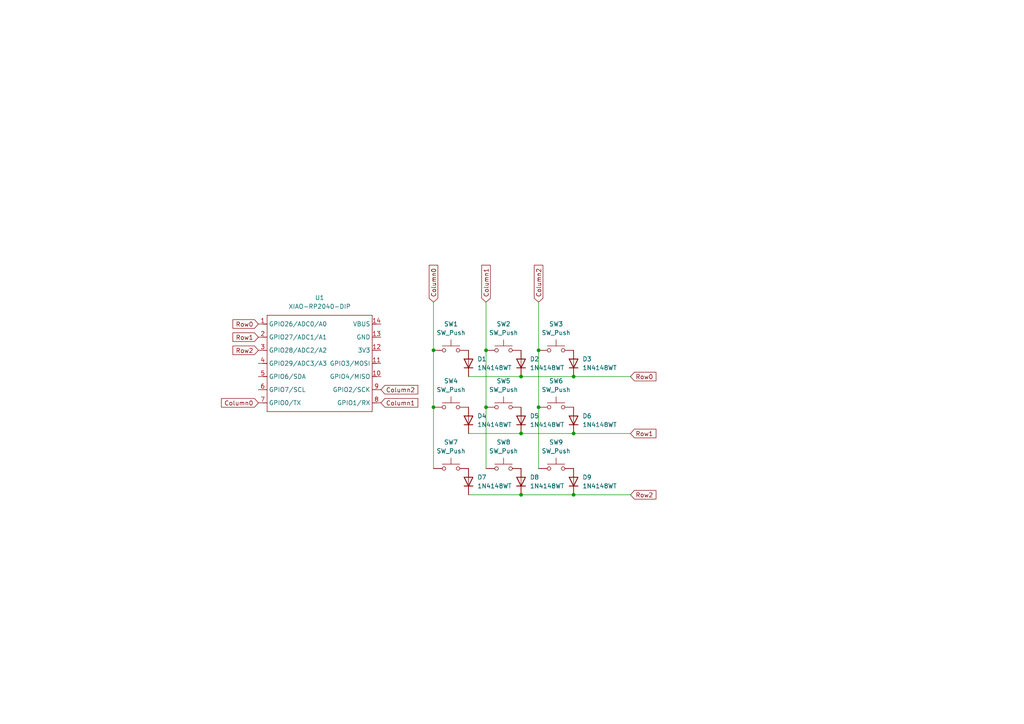
<source format=kicad_sch>
(kicad_sch
	(version 20250114)
	(generator "eeschema")
	(generator_version "9.0")
	(uuid "c183da90-6161-44b2-86b6-11d1e90b2961")
	(paper "A4")
	(lib_symbols
		(symbol "Diode:1N4148WT"
			(pin_numbers
				(hide yes)
			)
			(pin_names
				(hide yes)
			)
			(exclude_from_sim no)
			(in_bom yes)
			(on_board yes)
			(property "Reference" "D"
				(at 0 2.54 0)
				(effects
					(font
						(size 1.27 1.27)
					)
				)
			)
			(property "Value" "1N4148WT"
				(at 0 -2.54 0)
				(effects
					(font
						(size 1.27 1.27)
					)
				)
			)
			(property "Footprint" "Diode_SMD:D_SOD-523"
				(at 0 -4.445 0)
				(effects
					(font
						(size 1.27 1.27)
					)
					(hide yes)
				)
			)
			(property "Datasheet" "https://www.diodes.com/assets/Datasheets/ds30396.pdf"
				(at 0 0 0)
				(effects
					(font
						(size 1.27 1.27)
					)
					(hide yes)
				)
			)
			(property "Description" "75V 0.15A Fast switching Diode, SOD-523"
				(at 0 0 0)
				(effects
					(font
						(size 1.27 1.27)
					)
					(hide yes)
				)
			)
			(property "Sim.Device" "D"
				(at 0 0 0)
				(effects
					(font
						(size 1.27 1.27)
					)
					(hide yes)
				)
			)
			(property "Sim.Pins" "1=K 2=A"
				(at 0 0 0)
				(effects
					(font
						(size 1.27 1.27)
					)
					(hide yes)
				)
			)
			(property "ki_keywords" "diode"
				(at 0 0 0)
				(effects
					(font
						(size 1.27 1.27)
					)
					(hide yes)
				)
			)
			(property "ki_fp_filters" "D*SOD?523*"
				(at 0 0 0)
				(effects
					(font
						(size 1.27 1.27)
					)
					(hide yes)
				)
			)
			(symbol "1N4148WT_0_1"
				(polyline
					(pts
						(xy -1.27 1.27) (xy -1.27 -1.27)
					)
					(stroke
						(width 0.254)
						(type default)
					)
					(fill
						(type none)
					)
				)
				(polyline
					(pts
						(xy 1.27 1.27) (xy 1.27 -1.27) (xy -1.27 0) (xy 1.27 1.27)
					)
					(stroke
						(width 0.254)
						(type default)
					)
					(fill
						(type none)
					)
				)
				(polyline
					(pts
						(xy 1.27 0) (xy -1.27 0)
					)
					(stroke
						(width 0)
						(type default)
					)
					(fill
						(type none)
					)
				)
			)
			(symbol "1N4148WT_1_1"
				(pin passive line
					(at -3.81 0 0)
					(length 2.54)
					(name "K"
						(effects
							(font
								(size 1.27 1.27)
							)
						)
					)
					(number "1"
						(effects
							(font
								(size 1.27 1.27)
							)
						)
					)
				)
				(pin passive line
					(at 3.81 0 180)
					(length 2.54)
					(name "A"
						(effects
							(font
								(size 1.27 1.27)
							)
						)
					)
					(number "2"
						(effects
							(font
								(size 1.27 1.27)
							)
						)
					)
				)
			)
			(embedded_fonts no)
		)
		(symbol "OPL:XIAO-RP2040-DIP"
			(exclude_from_sim no)
			(in_bom yes)
			(on_board yes)
			(property "Reference" "U"
				(at 0 0 0)
				(effects
					(font
						(size 1.27 1.27)
					)
				)
			)
			(property "Value" "XIAO-RP2040-DIP"
				(at 5.334 -1.778 0)
				(effects
					(font
						(size 1.27 1.27)
					)
				)
			)
			(property "Footprint" "Module:MOUDLE14P-XIAO-DIP-SMD"
				(at 14.478 -32.258 0)
				(effects
					(font
						(size 1.27 1.27)
					)
					(hide yes)
				)
			)
			(property "Datasheet" ""
				(at 0 0 0)
				(effects
					(font
						(size 1.27 1.27)
					)
					(hide yes)
				)
			)
			(property "Description" ""
				(at 0 0 0)
				(effects
					(font
						(size 1.27 1.27)
					)
					(hide yes)
				)
			)
			(symbol "XIAO-RP2040-DIP_1_0"
				(polyline
					(pts
						(xy -1.27 -2.54) (xy 29.21 -2.54)
					)
					(stroke
						(width 0.1524)
						(type solid)
					)
					(fill
						(type none)
					)
				)
				(polyline
					(pts
						(xy -1.27 -5.08) (xy -2.54 -5.08)
					)
					(stroke
						(width 0.1524)
						(type solid)
					)
					(fill
						(type none)
					)
				)
				(polyline
					(pts
						(xy -1.27 -5.08) (xy -1.27 -2.54)
					)
					(stroke
						(width 0.1524)
						(type solid)
					)
					(fill
						(type none)
					)
				)
				(polyline
					(pts
						(xy -1.27 -8.89) (xy -2.54 -8.89)
					)
					(stroke
						(width 0.1524)
						(type solid)
					)
					(fill
						(type none)
					)
				)
				(polyline
					(pts
						(xy -1.27 -8.89) (xy -1.27 -5.08)
					)
					(stroke
						(width 0.1524)
						(type solid)
					)
					(fill
						(type none)
					)
				)
				(polyline
					(pts
						(xy -1.27 -12.7) (xy -2.54 -12.7)
					)
					(stroke
						(width 0.1524)
						(type solid)
					)
					(fill
						(type none)
					)
				)
				(polyline
					(pts
						(xy -1.27 -12.7) (xy -1.27 -8.89)
					)
					(stroke
						(width 0.1524)
						(type solid)
					)
					(fill
						(type none)
					)
				)
				(polyline
					(pts
						(xy -1.27 -16.51) (xy -2.54 -16.51)
					)
					(stroke
						(width 0.1524)
						(type solid)
					)
					(fill
						(type none)
					)
				)
				(polyline
					(pts
						(xy -1.27 -16.51) (xy -1.27 -12.7)
					)
					(stroke
						(width 0.1524)
						(type solid)
					)
					(fill
						(type none)
					)
				)
				(polyline
					(pts
						(xy -1.27 -20.32) (xy -2.54 -20.32)
					)
					(stroke
						(width 0.1524)
						(type solid)
					)
					(fill
						(type none)
					)
				)
				(polyline
					(pts
						(xy -1.27 -24.13) (xy -2.54 -24.13)
					)
					(stroke
						(width 0.1524)
						(type solid)
					)
					(fill
						(type none)
					)
				)
				(polyline
					(pts
						(xy -1.27 -27.94) (xy -2.54 -27.94)
					)
					(stroke
						(width 0.1524)
						(type solid)
					)
					(fill
						(type none)
					)
				)
				(polyline
					(pts
						(xy -1.27 -30.48) (xy -1.27 -16.51)
					)
					(stroke
						(width 0.1524)
						(type solid)
					)
					(fill
						(type none)
					)
				)
				(polyline
					(pts
						(xy 29.21 -2.54) (xy 29.21 -5.08)
					)
					(stroke
						(width 0.1524)
						(type solid)
					)
					(fill
						(type none)
					)
				)
				(polyline
					(pts
						(xy 29.21 -5.08) (xy 29.21 -8.89)
					)
					(stroke
						(width 0.1524)
						(type solid)
					)
					(fill
						(type none)
					)
				)
				(polyline
					(pts
						(xy 29.21 -8.89) (xy 29.21 -12.7)
					)
					(stroke
						(width 0.1524)
						(type solid)
					)
					(fill
						(type none)
					)
				)
				(polyline
					(pts
						(xy 29.21 -12.7) (xy 29.21 -30.48)
					)
					(stroke
						(width 0.1524)
						(type solid)
					)
					(fill
						(type none)
					)
				)
				(polyline
					(pts
						(xy 29.21 -30.48) (xy -1.27 -30.48)
					)
					(stroke
						(width 0.1524)
						(type solid)
					)
					(fill
						(type none)
					)
				)
				(polyline
					(pts
						(xy 30.48 -5.08) (xy 29.21 -5.08)
					)
					(stroke
						(width 0.1524)
						(type solid)
					)
					(fill
						(type none)
					)
				)
				(polyline
					(pts
						(xy 30.48 -8.89) (xy 29.21 -8.89)
					)
					(stroke
						(width 0.1524)
						(type solid)
					)
					(fill
						(type none)
					)
				)
				(polyline
					(pts
						(xy 30.48 -12.7) (xy 29.21 -12.7)
					)
					(stroke
						(width 0.1524)
						(type solid)
					)
					(fill
						(type none)
					)
				)
				(polyline
					(pts
						(xy 30.48 -16.51) (xy 29.21 -16.51)
					)
					(stroke
						(width 0.1524)
						(type solid)
					)
					(fill
						(type none)
					)
				)
				(polyline
					(pts
						(xy 30.48 -20.32) (xy 29.21 -20.32)
					)
					(stroke
						(width 0.1524)
						(type solid)
					)
					(fill
						(type none)
					)
				)
				(polyline
					(pts
						(xy 30.48 -24.13) (xy 29.21 -24.13)
					)
					(stroke
						(width 0.1524)
						(type solid)
					)
					(fill
						(type none)
					)
				)
				(polyline
					(pts
						(xy 30.48 -27.94) (xy 29.21 -27.94)
					)
					(stroke
						(width 0.1524)
						(type solid)
					)
					(fill
						(type none)
					)
				)
				(pin passive line
					(at -3.81 -5.08 0)
					(length 2.54)
					(name "GPIO26/ADC0/A0"
						(effects
							(font
								(size 1.27 1.27)
							)
						)
					)
					(number "1"
						(effects
							(font
								(size 1.27 1.27)
							)
						)
					)
				)
				(pin passive line
					(at -3.81 -8.89 0)
					(length 2.54)
					(name "GPIO27/ADC1/A1"
						(effects
							(font
								(size 1.27 1.27)
							)
						)
					)
					(number "2"
						(effects
							(font
								(size 1.27 1.27)
							)
						)
					)
				)
				(pin passive line
					(at -3.81 -12.7 0)
					(length 2.54)
					(name "GPIO28/ADC2/A2"
						(effects
							(font
								(size 1.27 1.27)
							)
						)
					)
					(number "3"
						(effects
							(font
								(size 1.27 1.27)
							)
						)
					)
				)
				(pin passive line
					(at -3.81 -16.51 0)
					(length 2.54)
					(name "GPIO29/ADC3/A3"
						(effects
							(font
								(size 1.27 1.27)
							)
						)
					)
					(number "4"
						(effects
							(font
								(size 1.27 1.27)
							)
						)
					)
				)
				(pin passive line
					(at -3.81 -20.32 0)
					(length 2.54)
					(name "GPIO6/SDA"
						(effects
							(font
								(size 1.27 1.27)
							)
						)
					)
					(number "5"
						(effects
							(font
								(size 1.27 1.27)
							)
						)
					)
				)
				(pin passive line
					(at -3.81 -24.13 0)
					(length 2.54)
					(name "GPIO7/SCL"
						(effects
							(font
								(size 1.27 1.27)
							)
						)
					)
					(number "6"
						(effects
							(font
								(size 1.27 1.27)
							)
						)
					)
				)
				(pin passive line
					(at -3.81 -27.94 0)
					(length 2.54)
					(name "GPIO0/TX"
						(effects
							(font
								(size 1.27 1.27)
							)
						)
					)
					(number "7"
						(effects
							(font
								(size 1.27 1.27)
							)
						)
					)
				)
				(pin passive line
					(at 31.75 -5.08 180)
					(length 2.54)
					(name "VBUS"
						(effects
							(font
								(size 1.27 1.27)
							)
						)
					)
					(number "14"
						(effects
							(font
								(size 1.27 1.27)
							)
						)
					)
				)
				(pin passive line
					(at 31.75 -8.89 180)
					(length 2.54)
					(name "GND"
						(effects
							(font
								(size 1.27 1.27)
							)
						)
					)
					(number "13"
						(effects
							(font
								(size 1.27 1.27)
							)
						)
					)
				)
				(pin passive line
					(at 31.75 -12.7 180)
					(length 2.54)
					(name "3V3"
						(effects
							(font
								(size 1.27 1.27)
							)
						)
					)
					(number "12"
						(effects
							(font
								(size 1.27 1.27)
							)
						)
					)
				)
				(pin passive line
					(at 31.75 -16.51 180)
					(length 2.54)
					(name "GPIO3/MOSI"
						(effects
							(font
								(size 1.27 1.27)
							)
						)
					)
					(number "11"
						(effects
							(font
								(size 1.27 1.27)
							)
						)
					)
				)
				(pin passive line
					(at 31.75 -20.32 180)
					(length 2.54)
					(name "GPIO4/MISO"
						(effects
							(font
								(size 1.27 1.27)
							)
						)
					)
					(number "10"
						(effects
							(font
								(size 1.27 1.27)
							)
						)
					)
				)
				(pin passive line
					(at 31.75 -24.13 180)
					(length 2.54)
					(name "GPIO2/SCK"
						(effects
							(font
								(size 1.27 1.27)
							)
						)
					)
					(number "9"
						(effects
							(font
								(size 1.27 1.27)
							)
						)
					)
				)
				(pin passive line
					(at 31.75 -27.94 180)
					(length 2.54)
					(name "GPIO1/RX"
						(effects
							(font
								(size 1.27 1.27)
							)
						)
					)
					(number "8"
						(effects
							(font
								(size 1.27 1.27)
							)
						)
					)
				)
			)
			(embedded_fonts no)
		)
		(symbol "Switch:SW_Push"
			(pin_numbers
				(hide yes)
			)
			(pin_names
				(offset 1.016)
				(hide yes)
			)
			(exclude_from_sim no)
			(in_bom yes)
			(on_board yes)
			(property "Reference" "SW"
				(at 1.27 2.54 0)
				(effects
					(font
						(size 1.27 1.27)
					)
					(justify left)
				)
			)
			(property "Value" "SW_Push"
				(at 0 -1.524 0)
				(effects
					(font
						(size 1.27 1.27)
					)
				)
			)
			(property "Footprint" ""
				(at 0 5.08 0)
				(effects
					(font
						(size 1.27 1.27)
					)
					(hide yes)
				)
			)
			(property "Datasheet" "~"
				(at 0 5.08 0)
				(effects
					(font
						(size 1.27 1.27)
					)
					(hide yes)
				)
			)
			(property "Description" "Push button switch, generic, two pins"
				(at 0 0 0)
				(effects
					(font
						(size 1.27 1.27)
					)
					(hide yes)
				)
			)
			(property "ki_keywords" "switch normally-open pushbutton push-button"
				(at 0 0 0)
				(effects
					(font
						(size 1.27 1.27)
					)
					(hide yes)
				)
			)
			(symbol "SW_Push_0_1"
				(circle
					(center -2.032 0)
					(radius 0.508)
					(stroke
						(width 0)
						(type default)
					)
					(fill
						(type none)
					)
				)
				(polyline
					(pts
						(xy 0 1.27) (xy 0 3.048)
					)
					(stroke
						(width 0)
						(type default)
					)
					(fill
						(type none)
					)
				)
				(circle
					(center 2.032 0)
					(radius 0.508)
					(stroke
						(width 0)
						(type default)
					)
					(fill
						(type none)
					)
				)
				(polyline
					(pts
						(xy 2.54 1.27) (xy -2.54 1.27)
					)
					(stroke
						(width 0)
						(type default)
					)
					(fill
						(type none)
					)
				)
				(pin passive line
					(at -5.08 0 0)
					(length 2.54)
					(name "1"
						(effects
							(font
								(size 1.27 1.27)
							)
						)
					)
					(number "1"
						(effects
							(font
								(size 1.27 1.27)
							)
						)
					)
				)
				(pin passive line
					(at 5.08 0 180)
					(length 2.54)
					(name "2"
						(effects
							(font
								(size 1.27 1.27)
							)
						)
					)
					(number "2"
						(effects
							(font
								(size 1.27 1.27)
							)
						)
					)
				)
			)
			(embedded_fonts no)
		)
	)
	(junction
		(at 166.37 125.73)
		(diameter 0)
		(color 0 0 0 0)
		(uuid "0005d8b5-016a-492e-b68a-90233d843026")
	)
	(junction
		(at 125.73 118.11)
		(diameter 0)
		(color 0 0 0 0)
		(uuid "20c25757-1ca7-4fce-875d-675583c144bb")
	)
	(junction
		(at 166.37 143.51)
		(diameter 0)
		(color 0 0 0 0)
		(uuid "26f21524-37f1-4c73-819a-466249df6b52")
	)
	(junction
		(at 151.13 109.22)
		(diameter 0)
		(color 0 0 0 0)
		(uuid "451bfd54-2637-459c-a3d1-d5e4e0551478")
	)
	(junction
		(at 151.13 143.51)
		(diameter 0)
		(color 0 0 0 0)
		(uuid "75052bf0-5a20-48aa-8fae-b6509e8a52dd")
	)
	(junction
		(at 151.13 125.73)
		(diameter 0)
		(color 0 0 0 0)
		(uuid "7bb90680-1ec8-49f2-9318-f6cfef7c07ef")
	)
	(junction
		(at 156.21 118.11)
		(diameter 0)
		(color 0 0 0 0)
		(uuid "8c83a08a-2613-4f88-ad05-686bb1f34bcd")
	)
	(junction
		(at 156.21 101.6)
		(diameter 0)
		(color 0 0 0 0)
		(uuid "9eebb351-5fa9-4a0a-8ee1-64018e53d508")
	)
	(junction
		(at 166.37 109.22)
		(diameter 0)
		(color 0 0 0 0)
		(uuid "a6d5e28e-a8e7-484a-b06e-64a30d62839d")
	)
	(junction
		(at 140.97 118.11)
		(diameter 0)
		(color 0 0 0 0)
		(uuid "b4714fde-cad5-4c41-8b44-eae3705035f1")
	)
	(junction
		(at 125.73 101.6)
		(diameter 0)
		(color 0 0 0 0)
		(uuid "b8d85a57-3040-4a64-8bda-16de3a6ee21e")
	)
	(junction
		(at 140.97 101.6)
		(diameter 0)
		(color 0 0 0 0)
		(uuid "dd761eb0-46e0-4957-bd2d-3a7551fc903d")
	)
	(wire
		(pts
			(xy 140.97 101.6) (xy 140.97 118.11)
		)
		(stroke
			(width 0)
			(type default)
		)
		(uuid "01f51d42-3a6e-4620-8dce-66dd67cfb361")
	)
	(wire
		(pts
			(xy 182.88 143.51) (xy 166.37 143.51)
		)
		(stroke
			(width 0)
			(type default)
		)
		(uuid "0988d1c8-d142-46fe-912d-a8e70d9eed83")
	)
	(wire
		(pts
			(xy 125.73 118.11) (xy 125.73 135.89)
		)
		(stroke
			(width 0)
			(type default)
		)
		(uuid "2fd596e7-7e57-4900-af40-297d8a3560d0")
	)
	(wire
		(pts
			(xy 156.21 118.11) (xy 156.21 135.89)
		)
		(stroke
			(width 0)
			(type default)
		)
		(uuid "3a1d1ca8-ac14-414a-b77b-3a3039de7967")
	)
	(wire
		(pts
			(xy 182.88 125.73) (xy 166.37 125.73)
		)
		(stroke
			(width 0)
			(type default)
		)
		(uuid "4d9f092e-acdf-4ca5-8d18-f0773833cf14")
	)
	(wire
		(pts
			(xy 140.97 87.63) (xy 140.97 101.6)
		)
		(stroke
			(width 0)
			(type default)
		)
		(uuid "55f09173-c225-4f0f-8861-69f87254d8bb")
	)
	(wire
		(pts
			(xy 125.73 87.63) (xy 125.73 101.6)
		)
		(stroke
			(width 0)
			(type default)
		)
		(uuid "8c4abce6-8a1a-44c1-9880-378d0f25d6bc")
	)
	(wire
		(pts
			(xy 151.13 143.51) (xy 166.37 143.51)
		)
		(stroke
			(width 0)
			(type default)
		)
		(uuid "9666c7fa-f299-4af2-aacd-1fb9769720eb")
	)
	(wire
		(pts
			(xy 182.88 109.22) (xy 166.37 109.22)
		)
		(stroke
			(width 0)
			(type default)
		)
		(uuid "a11df5f3-c0a1-4bdf-9b3c-3e663d4a1828")
	)
	(wire
		(pts
			(xy 125.73 101.6) (xy 125.73 118.11)
		)
		(stroke
			(width 0)
			(type default)
		)
		(uuid "aca6a5f4-a401-4757-9fd5-341c796d2d8e")
	)
	(wire
		(pts
			(xy 151.13 109.22) (xy 166.37 109.22)
		)
		(stroke
			(width 0)
			(type default)
		)
		(uuid "b08b3caa-6a4b-4ebc-9492-14ff905d57c0")
	)
	(wire
		(pts
			(xy 135.89 125.73) (xy 151.13 125.73)
		)
		(stroke
			(width 0)
			(type default)
		)
		(uuid "b740066d-3fa9-4cd4-bb3d-df36acdda0a2")
	)
	(wire
		(pts
			(xy 135.89 143.51) (xy 151.13 143.51)
		)
		(stroke
			(width 0)
			(type default)
		)
		(uuid "b7706202-dec2-46d4-96d2-66285353c7df")
	)
	(wire
		(pts
			(xy 156.21 101.6) (xy 156.21 118.11)
		)
		(stroke
			(width 0)
			(type default)
		)
		(uuid "bc4c3d0b-aedf-434b-a244-976e761c0a0f")
	)
	(wire
		(pts
			(xy 156.21 87.63) (xy 156.21 101.6)
		)
		(stroke
			(width 0)
			(type default)
		)
		(uuid "d0f1ab7c-2578-4b91-886e-a651bf0b6b2a")
	)
	(wire
		(pts
			(xy 140.97 118.11) (xy 140.97 135.89)
		)
		(stroke
			(width 0)
			(type default)
		)
		(uuid "d938096b-ea3e-4769-bcc6-e939ff1fbc43")
	)
	(wire
		(pts
			(xy 151.13 125.73) (xy 166.37 125.73)
		)
		(stroke
			(width 0)
			(type default)
		)
		(uuid "da9f9dca-3159-4737-afc2-ff1668bfa57b")
	)
	(wire
		(pts
			(xy 135.89 109.22) (xy 151.13 109.22)
		)
		(stroke
			(width 0)
			(type default)
		)
		(uuid "f799c4ff-02ef-4450-a97d-db4cc9817dc3")
	)
	(global_label "Column2"
		(shape input)
		(at 156.21 87.63 90)
		(fields_autoplaced yes)
		(effects
			(font
				(size 1.27 1.27)
			)
			(justify left)
		)
		(uuid "01f18411-1cd3-4996-a5a7-d6f18dc352ac")
		(property "Intersheetrefs" "${INTERSHEET_REFS}"
			(at 156.21 76.3598 90)
			(effects
				(font
					(size 1.27 1.27)
				)
				(justify left)
				(hide yes)
			)
		)
	)
	(global_label "Row2"
		(shape input)
		(at 74.93 101.6 180)
		(fields_autoplaced yes)
		(effects
			(font
				(size 1.27 1.27)
			)
			(justify right)
		)
		(uuid "1bdf0fb6-e9ff-4abe-9d9d-dc258c9061b1")
		(property "Intersheetrefs" "${INTERSHEET_REFS}"
			(at 66.9858 101.6 0)
			(effects
				(font
					(size 1.27 1.27)
				)
				(justify right)
				(hide yes)
			)
		)
	)
	(global_label "Row1"
		(shape input)
		(at 74.93 97.79 180)
		(fields_autoplaced yes)
		(effects
			(font
				(size 1.27 1.27)
			)
			(justify right)
		)
		(uuid "2c0c64a3-1887-4102-b623-49329828d922")
		(property "Intersheetrefs" "${INTERSHEET_REFS}"
			(at 66.9858 97.79 0)
			(effects
				(font
					(size 1.27 1.27)
				)
				(justify right)
				(hide yes)
			)
		)
	)
	(global_label "Row0"
		(shape input)
		(at 182.88 109.22 0)
		(fields_autoplaced yes)
		(effects
			(font
				(size 1.27 1.27)
			)
			(justify left)
		)
		(uuid "4a4b1764-6053-44cd-9056-33f5e1a8d2c0")
		(property "Intersheetrefs" "${INTERSHEET_REFS}"
			(at 190.8242 109.22 0)
			(effects
				(font
					(size 1.27 1.27)
				)
				(justify left)
				(hide yes)
			)
		)
	)
	(global_label "Column1"
		(shape input)
		(at 140.97 87.63 90)
		(fields_autoplaced yes)
		(effects
			(font
				(size 1.27 1.27)
			)
			(justify left)
		)
		(uuid "7ad3b734-9e00-4240-931c-f45561c30b28")
		(property "Intersheetrefs" "${INTERSHEET_REFS}"
			(at 140.97 76.3598 90)
			(effects
				(font
					(size 1.27 1.27)
				)
				(justify left)
				(hide yes)
			)
		)
	)
	(global_label "Column2"
		(shape input)
		(at 110.49 113.03 0)
		(fields_autoplaced yes)
		(effects
			(font
				(size 1.27 1.27)
			)
			(justify left)
		)
		(uuid "99771915-3a2c-4e0b-a750-e860725a874d")
		(property "Intersheetrefs" "${INTERSHEET_REFS}"
			(at 121.7602 113.03 0)
			(effects
				(font
					(size 1.27 1.27)
				)
				(justify left)
				(hide yes)
			)
		)
	)
	(global_label "Column0"
		(shape input)
		(at 125.73 87.63 90)
		(fields_autoplaced yes)
		(effects
			(font
				(size 1.27 1.27)
			)
			(justify left)
		)
		(uuid "b0c16d06-a628-4778-93e1-a3e8dfae6653")
		(property "Intersheetrefs" "${INTERSHEET_REFS}"
			(at 125.73 76.3598 90)
			(effects
				(font
					(size 1.27 1.27)
				)
				(justify left)
				(hide yes)
			)
		)
	)
	(global_label "Column0"
		(shape input)
		(at 74.93 116.84 180)
		(fields_autoplaced yes)
		(effects
			(font
				(size 1.27 1.27)
			)
			(justify right)
		)
		(uuid "b0c7c1b2-f956-4cc5-805a-8ab10e400a5d")
		(property "Intersheetrefs" "${INTERSHEET_REFS}"
			(at 63.6598 116.84 0)
			(effects
				(font
					(size 1.27 1.27)
				)
				(justify right)
				(hide yes)
			)
		)
	)
	(global_label "Row1"
		(shape input)
		(at 182.88 125.73 0)
		(fields_autoplaced yes)
		(effects
			(font
				(size 1.27 1.27)
			)
			(justify left)
		)
		(uuid "b1f0e94a-fb14-41d9-a8b6-a41dc44ee4b5")
		(property "Intersheetrefs" "${INTERSHEET_REFS}"
			(at 190.8242 125.73 0)
			(effects
				(font
					(size 1.27 1.27)
				)
				(justify left)
				(hide yes)
			)
		)
	)
	(global_label "Row0"
		(shape input)
		(at 74.93 93.98 180)
		(fields_autoplaced yes)
		(effects
			(font
				(size 1.27 1.27)
			)
			(justify right)
		)
		(uuid "bcb63145-7a0f-48b3-9ca5-ca9194fddb8c")
		(property "Intersheetrefs" "${INTERSHEET_REFS}"
			(at 66.9858 93.98 0)
			(effects
				(font
					(size 1.27 1.27)
				)
				(justify right)
				(hide yes)
			)
		)
	)
	(global_label "Column1"
		(shape input)
		(at 110.49 116.84 0)
		(fields_autoplaced yes)
		(effects
			(font
				(size 1.27 1.27)
			)
			(justify left)
		)
		(uuid "c978be82-ee0e-4969-a70c-818fb5e25ca4")
		(property "Intersheetrefs" "${INTERSHEET_REFS}"
			(at 121.7602 116.84 0)
			(effects
				(font
					(size 1.27 1.27)
				)
				(justify left)
				(hide yes)
			)
		)
	)
	(global_label "Row2"
		(shape input)
		(at 182.88 143.51 0)
		(fields_autoplaced yes)
		(effects
			(font
				(size 1.27 1.27)
			)
			(justify left)
		)
		(uuid "fc5bb552-5990-4c91-9202-287cd6d3e6ff")
		(property "Intersheetrefs" "${INTERSHEET_REFS}"
			(at 190.8242 143.51 0)
			(effects
				(font
					(size 1.27 1.27)
				)
				(justify left)
				(hide yes)
			)
		)
	)
	(symbol
		(lib_id "Switch:SW_Push")
		(at 146.05 135.89 0)
		(unit 1)
		(exclude_from_sim no)
		(in_bom yes)
		(on_board yes)
		(dnp no)
		(fields_autoplaced yes)
		(uuid "05d4dec1-ecaf-46da-8944-3d3ad8158a09")
		(property "Reference" "SW8"
			(at 146.05 128.27 0)
			(effects
				(font
					(size 1.27 1.27)
				)
			)
		)
		(property "Value" "SW_Push"
			(at 146.05 130.81 0)
			(effects
				(font
					(size 1.27 1.27)
				)
			)
		)
		(property "Footprint" "Button_Switch_Keyboard:SW_Cherry_MX_1.00u_PCB"
			(at 146.05 130.81 0)
			(effects
				(font
					(size 1.27 1.27)
				)
				(hide yes)
			)
		)
		(property "Datasheet" "~"
			(at 146.05 130.81 0)
			(effects
				(font
					(size 1.27 1.27)
				)
				(hide yes)
			)
		)
		(property "Description" "Push button switch, generic, two pins"
			(at 146.05 135.89 0)
			(effects
				(font
					(size 1.27 1.27)
				)
				(hide yes)
			)
		)
		(pin "1"
			(uuid "d1377da7-7aa9-4a39-a474-7d2b6ee17ea8")
		)
		(pin "2"
			(uuid "db64d852-ce1b-415b-8026-041d4a078ee2")
		)
		(instances
			(project "UY"
				(path "/c183da90-6161-44b2-86b6-11d1e90b2961"
					(reference "SW8")
					(unit 1)
				)
			)
		)
	)
	(symbol
		(lib_id "Diode:1N4148WT")
		(at 135.89 121.92 90)
		(unit 1)
		(exclude_from_sim no)
		(in_bom yes)
		(on_board yes)
		(dnp no)
		(fields_autoplaced yes)
		(uuid "11833749-51e5-4a93-afb8-c76c2a27d704")
		(property "Reference" "D4"
			(at 138.43 120.6499 90)
			(effects
				(font
					(size 1.27 1.27)
				)
				(justify right)
			)
		)
		(property "Value" "1N4148WT"
			(at 138.43 123.1899 90)
			(effects
				(font
					(size 1.27 1.27)
				)
				(justify right)
			)
		)
		(property "Footprint" "Diode_SMD:D_SOD-523"
			(at 140.335 121.92 0)
			(effects
				(font
					(size 1.27 1.27)
				)
				(hide yes)
			)
		)
		(property "Datasheet" "https://www.diodes.com/assets/Datasheets/ds30396.pdf"
			(at 135.89 121.92 0)
			(effects
				(font
					(size 1.27 1.27)
				)
				(hide yes)
			)
		)
		(property "Description" "75V 0.15A Fast switching Diode, SOD-523"
			(at 135.89 121.92 0)
			(effects
				(font
					(size 1.27 1.27)
				)
				(hide yes)
			)
		)
		(property "Sim.Device" "D"
			(at 135.89 121.92 0)
			(effects
				(font
					(size 1.27 1.27)
				)
				(hide yes)
			)
		)
		(property "Sim.Pins" "1=K 2=A"
			(at 135.89 121.92 0)
			(effects
				(font
					(size 1.27 1.27)
				)
				(hide yes)
			)
		)
		(pin "1"
			(uuid "d897c5d5-c2e6-4afc-ab24-5aecca1727c3")
		)
		(pin "2"
			(uuid "ab62d3f8-de90-4aba-b83f-b7e0b97b9303")
		)
		(instances
			(project "UY"
				(path "/c183da90-6161-44b2-86b6-11d1e90b2961"
					(reference "D4")
					(unit 1)
				)
			)
		)
	)
	(symbol
		(lib_id "Switch:SW_Push")
		(at 146.05 118.11 0)
		(unit 1)
		(exclude_from_sim no)
		(in_bom yes)
		(on_board yes)
		(dnp no)
		(fields_autoplaced yes)
		(uuid "16aad06e-ce91-4d19-b78b-e2c8316ced20")
		(property "Reference" "SW5"
			(at 146.05 110.49 0)
			(effects
				(font
					(size 1.27 1.27)
				)
			)
		)
		(property "Value" "SW_Push"
			(at 146.05 113.03 0)
			(effects
				(font
					(size 1.27 1.27)
				)
			)
		)
		(property "Footprint" "Button_Switch_Keyboard:SW_Cherry_MX_1.00u_PCB"
			(at 146.05 113.03 0)
			(effects
				(font
					(size 1.27 1.27)
				)
				(hide yes)
			)
		)
		(property "Datasheet" "~"
			(at 146.05 113.03 0)
			(effects
				(font
					(size 1.27 1.27)
				)
				(hide yes)
			)
		)
		(property "Description" "Push button switch, generic, two pins"
			(at 146.05 118.11 0)
			(effects
				(font
					(size 1.27 1.27)
				)
				(hide yes)
			)
		)
		(pin "1"
			(uuid "807d681a-9c94-4c2c-bfeb-369422609276")
		)
		(pin "2"
			(uuid "cd4e5dcc-0955-4643-bbb9-75ddcc9df828")
		)
		(instances
			(project "UY"
				(path "/c183da90-6161-44b2-86b6-11d1e90b2961"
					(reference "SW5")
					(unit 1)
				)
			)
		)
	)
	(symbol
		(lib_id "Diode:1N4148WT")
		(at 135.89 105.41 90)
		(unit 1)
		(exclude_from_sim no)
		(in_bom yes)
		(on_board yes)
		(dnp no)
		(fields_autoplaced yes)
		(uuid "266df8dd-c057-4846-950e-b316ad4fc60f")
		(property "Reference" "D1"
			(at 138.43 104.1399 90)
			(effects
				(font
					(size 1.27 1.27)
				)
				(justify right)
			)
		)
		(property "Value" "1N4148WT"
			(at 138.43 106.6799 90)
			(effects
				(font
					(size 1.27 1.27)
				)
				(justify right)
			)
		)
		(property "Footprint" "Diode_SMD:D_SOD-523"
			(at 140.335 105.41 0)
			(effects
				(font
					(size 1.27 1.27)
				)
				(hide yes)
			)
		)
		(property "Datasheet" "https://www.diodes.com/assets/Datasheets/ds30396.pdf"
			(at 135.89 105.41 0)
			(effects
				(font
					(size 1.27 1.27)
				)
				(hide yes)
			)
		)
		(property "Description" "75V 0.15A Fast switching Diode, SOD-523"
			(at 135.89 105.41 0)
			(effects
				(font
					(size 1.27 1.27)
				)
				(hide yes)
			)
		)
		(property "Sim.Device" "D"
			(at 135.89 105.41 0)
			(effects
				(font
					(size 1.27 1.27)
				)
				(hide yes)
			)
		)
		(property "Sim.Pins" "1=K 2=A"
			(at 135.89 105.41 0)
			(effects
				(font
					(size 1.27 1.27)
				)
				(hide yes)
			)
		)
		(pin "1"
			(uuid "9c0aba8c-99aa-4c16-a253-12ee67d6a72b")
		)
		(pin "2"
			(uuid "f2b66150-0c78-4291-b1de-c8fd199af2c8")
		)
		(instances
			(project ""
				(path "/c183da90-6161-44b2-86b6-11d1e90b2961"
					(reference "D1")
					(unit 1)
				)
			)
		)
	)
	(symbol
		(lib_id "Diode:1N4148WT")
		(at 166.37 121.92 90)
		(unit 1)
		(exclude_from_sim no)
		(in_bom yes)
		(on_board yes)
		(dnp no)
		(fields_autoplaced yes)
		(uuid "3b3b0006-a0a3-4339-bb55-8867ee4b5b80")
		(property "Reference" "D6"
			(at 168.91 120.6499 90)
			(effects
				(font
					(size 1.27 1.27)
				)
				(justify right)
			)
		)
		(property "Value" "1N4148WT"
			(at 168.91 123.1899 90)
			(effects
				(font
					(size 1.27 1.27)
				)
				(justify right)
			)
		)
		(property "Footprint" "Diode_SMD:D_SOD-523"
			(at 170.815 121.92 0)
			(effects
				(font
					(size 1.27 1.27)
				)
				(hide yes)
			)
		)
		(property "Datasheet" "https://www.diodes.com/assets/Datasheets/ds30396.pdf"
			(at 166.37 121.92 0)
			(effects
				(font
					(size 1.27 1.27)
				)
				(hide yes)
			)
		)
		(property "Description" "75V 0.15A Fast switching Diode, SOD-523"
			(at 166.37 121.92 0)
			(effects
				(font
					(size 1.27 1.27)
				)
				(hide yes)
			)
		)
		(property "Sim.Device" "D"
			(at 166.37 121.92 0)
			(effects
				(font
					(size 1.27 1.27)
				)
				(hide yes)
			)
		)
		(property "Sim.Pins" "1=K 2=A"
			(at 166.37 121.92 0)
			(effects
				(font
					(size 1.27 1.27)
				)
				(hide yes)
			)
		)
		(pin "1"
			(uuid "955f2f6c-3886-4a69-af41-2bd77edb2fa7")
		)
		(pin "2"
			(uuid "30548666-88ab-49bf-8eef-4f8c83e42266")
		)
		(instances
			(project "UY"
				(path "/c183da90-6161-44b2-86b6-11d1e90b2961"
					(reference "D6")
					(unit 1)
				)
			)
		)
	)
	(symbol
		(lib_id "Switch:SW_Push")
		(at 161.29 101.6 0)
		(unit 1)
		(exclude_from_sim no)
		(in_bom yes)
		(on_board yes)
		(dnp no)
		(fields_autoplaced yes)
		(uuid "41979e63-67a5-4e13-a601-8faa34b6365b")
		(property "Reference" "SW3"
			(at 161.29 93.98 0)
			(effects
				(font
					(size 1.27 1.27)
				)
			)
		)
		(property "Value" "SW_Push"
			(at 161.29 96.52 0)
			(effects
				(font
					(size 1.27 1.27)
				)
			)
		)
		(property "Footprint" "Button_Switch_Keyboard:SW_Cherry_MX_1.00u_PCB"
			(at 161.29 96.52 0)
			(effects
				(font
					(size 1.27 1.27)
				)
				(hide yes)
			)
		)
		(property "Datasheet" "~"
			(at 161.29 96.52 0)
			(effects
				(font
					(size 1.27 1.27)
				)
				(hide yes)
			)
		)
		(property "Description" "Push button switch, generic, two pins"
			(at 161.29 101.6 0)
			(effects
				(font
					(size 1.27 1.27)
				)
				(hide yes)
			)
		)
		(pin "1"
			(uuid "258e86a1-184b-4ba8-959a-49f03cacb9c7")
		)
		(pin "2"
			(uuid "e72f83c7-4c8c-4551-82c4-0397b5b6bf95")
		)
		(instances
			(project "UY"
				(path "/c183da90-6161-44b2-86b6-11d1e90b2961"
					(reference "SW3")
					(unit 1)
				)
			)
		)
	)
	(symbol
		(lib_id "Switch:SW_Push")
		(at 130.81 135.89 0)
		(unit 1)
		(exclude_from_sim no)
		(in_bom yes)
		(on_board yes)
		(dnp no)
		(fields_autoplaced yes)
		(uuid "43a5aca6-b502-4538-9996-6e67a176fb8d")
		(property "Reference" "SW7"
			(at 130.81 128.27 0)
			(effects
				(font
					(size 1.27 1.27)
				)
			)
		)
		(property "Value" "SW_Push"
			(at 130.81 130.81 0)
			(effects
				(font
					(size 1.27 1.27)
				)
			)
		)
		(property "Footprint" "Button_Switch_Keyboard:SW_Cherry_MX_1.00u_PCB"
			(at 130.81 130.81 0)
			(effects
				(font
					(size 1.27 1.27)
				)
				(hide yes)
			)
		)
		(property "Datasheet" "~"
			(at 130.81 130.81 0)
			(effects
				(font
					(size 1.27 1.27)
				)
				(hide yes)
			)
		)
		(property "Description" "Push button switch, generic, two pins"
			(at 130.81 135.89 0)
			(effects
				(font
					(size 1.27 1.27)
				)
				(hide yes)
			)
		)
		(pin "1"
			(uuid "09265682-2635-4e2a-ad79-540cb90afabc")
		)
		(pin "2"
			(uuid "7b41139e-b8f0-4f9c-8b94-5c23bd7a2a6e")
		)
		(instances
			(project "UY"
				(path "/c183da90-6161-44b2-86b6-11d1e90b2961"
					(reference "SW7")
					(unit 1)
				)
			)
		)
	)
	(symbol
		(lib_id "Diode:1N4148WT")
		(at 135.89 139.7 90)
		(unit 1)
		(exclude_from_sim no)
		(in_bom yes)
		(on_board yes)
		(dnp no)
		(fields_autoplaced yes)
		(uuid "4b74b503-93c0-4748-90ce-6a72e0ab5b81")
		(property "Reference" "D7"
			(at 138.43 138.4299 90)
			(effects
				(font
					(size 1.27 1.27)
				)
				(justify right)
			)
		)
		(property "Value" "1N4148WT"
			(at 138.43 140.9699 90)
			(effects
				(font
					(size 1.27 1.27)
				)
				(justify right)
			)
		)
		(property "Footprint" "Diode_SMD:D_SOD-523"
			(at 140.335 139.7 0)
			(effects
				(font
					(size 1.27 1.27)
				)
				(hide yes)
			)
		)
		(property "Datasheet" "https://www.diodes.com/assets/Datasheets/ds30396.pdf"
			(at 135.89 139.7 0)
			(effects
				(font
					(size 1.27 1.27)
				)
				(hide yes)
			)
		)
		(property "Description" "75V 0.15A Fast switching Diode, SOD-523"
			(at 135.89 139.7 0)
			(effects
				(font
					(size 1.27 1.27)
				)
				(hide yes)
			)
		)
		(property "Sim.Device" "D"
			(at 135.89 139.7 0)
			(effects
				(font
					(size 1.27 1.27)
				)
				(hide yes)
			)
		)
		(property "Sim.Pins" "1=K 2=A"
			(at 135.89 139.7 0)
			(effects
				(font
					(size 1.27 1.27)
				)
				(hide yes)
			)
		)
		(pin "1"
			(uuid "1452a1be-e801-4971-830d-40f2ce3ecc85")
		)
		(pin "2"
			(uuid "f496f166-ff95-490b-a355-418791c1f49f")
		)
		(instances
			(project "UY"
				(path "/c183da90-6161-44b2-86b6-11d1e90b2961"
					(reference "D7")
					(unit 1)
				)
			)
		)
	)
	(symbol
		(lib_id "Diode:1N4148WT")
		(at 166.37 105.41 90)
		(unit 1)
		(exclude_from_sim no)
		(in_bom yes)
		(on_board yes)
		(dnp no)
		(fields_autoplaced yes)
		(uuid "6316220d-eae5-437e-92f9-38afdd326aa7")
		(property "Reference" "D3"
			(at 168.91 104.1399 90)
			(effects
				(font
					(size 1.27 1.27)
				)
				(justify right)
			)
		)
		(property "Value" "1N4148WT"
			(at 168.91 106.6799 90)
			(effects
				(font
					(size 1.27 1.27)
				)
				(justify right)
			)
		)
		(property "Footprint" "Diode_SMD:D_SOD-523"
			(at 170.815 105.41 0)
			(effects
				(font
					(size 1.27 1.27)
				)
				(hide yes)
			)
		)
		(property "Datasheet" "https://www.diodes.com/assets/Datasheets/ds30396.pdf"
			(at 166.37 105.41 0)
			(effects
				(font
					(size 1.27 1.27)
				)
				(hide yes)
			)
		)
		(property "Description" "75V 0.15A Fast switching Diode, SOD-523"
			(at 166.37 105.41 0)
			(effects
				(font
					(size 1.27 1.27)
				)
				(hide yes)
			)
		)
		(property "Sim.Device" "D"
			(at 166.37 105.41 0)
			(effects
				(font
					(size 1.27 1.27)
				)
				(hide yes)
			)
		)
		(property "Sim.Pins" "1=K 2=A"
			(at 166.37 105.41 0)
			(effects
				(font
					(size 1.27 1.27)
				)
				(hide yes)
			)
		)
		(pin "1"
			(uuid "398262e1-fe84-467f-9f52-e8891b320cd3")
		)
		(pin "2"
			(uuid "4e897c77-7e27-4381-8c35-b768e60d123e")
		)
		(instances
			(project "UY"
				(path "/c183da90-6161-44b2-86b6-11d1e90b2961"
					(reference "D3")
					(unit 1)
				)
			)
		)
	)
	(symbol
		(lib_id "Switch:SW_Push")
		(at 146.05 101.6 0)
		(unit 1)
		(exclude_from_sim no)
		(in_bom yes)
		(on_board yes)
		(dnp no)
		(fields_autoplaced yes)
		(uuid "71be18a7-fd5c-48d1-8524-ed00169a6371")
		(property "Reference" "SW2"
			(at 146.05 93.98 0)
			(effects
				(font
					(size 1.27 1.27)
				)
			)
		)
		(property "Value" "SW_Push"
			(at 146.05 96.52 0)
			(effects
				(font
					(size 1.27 1.27)
				)
			)
		)
		(property "Footprint" "Button_Switch_Keyboard:SW_Cherry_MX_1.00u_PCB"
			(at 146.05 96.52 0)
			(effects
				(font
					(size 1.27 1.27)
				)
				(hide yes)
			)
		)
		(property "Datasheet" "~"
			(at 146.05 96.52 0)
			(effects
				(font
					(size 1.27 1.27)
				)
				(hide yes)
			)
		)
		(property "Description" "Push button switch, generic, two pins"
			(at 146.05 101.6 0)
			(effects
				(font
					(size 1.27 1.27)
				)
				(hide yes)
			)
		)
		(pin "1"
			(uuid "924ac3b6-4e3c-4546-8558-cf1685090555")
		)
		(pin "2"
			(uuid "cd599b97-b7e7-49d9-a4ef-4a3c40b9c514")
		)
		(instances
			(project "UY"
				(path "/c183da90-6161-44b2-86b6-11d1e90b2961"
					(reference "SW2")
					(unit 1)
				)
			)
		)
	)
	(symbol
		(lib_id "Switch:SW_Push")
		(at 130.81 101.6 0)
		(unit 1)
		(exclude_from_sim no)
		(in_bom yes)
		(on_board yes)
		(dnp no)
		(fields_autoplaced yes)
		(uuid "78c47556-9b51-4113-b3c2-dab11c311037")
		(property "Reference" "SW1"
			(at 130.81 93.98 0)
			(effects
				(font
					(size 1.27 1.27)
				)
			)
		)
		(property "Value" "SW_Push"
			(at 130.81 96.52 0)
			(effects
				(font
					(size 1.27 1.27)
				)
			)
		)
		(property "Footprint" "Button_Switch_Keyboard:SW_Cherry_MX_1.00u_PCB"
			(at 130.81 96.52 0)
			(effects
				(font
					(size 1.27 1.27)
				)
				(hide yes)
			)
		)
		(property "Datasheet" "~"
			(at 130.81 96.52 0)
			(effects
				(font
					(size 1.27 1.27)
				)
				(hide yes)
			)
		)
		(property "Description" "Push button switch, generic, two pins"
			(at 130.81 101.6 0)
			(effects
				(font
					(size 1.27 1.27)
				)
				(hide yes)
			)
		)
		(pin "1"
			(uuid "34fb9013-968c-4076-beb0-a573c53e13f0")
		)
		(pin "2"
			(uuid "63b5eb22-cb0a-441e-abdc-afca61336f6b")
		)
		(instances
			(project ""
				(path "/c183da90-6161-44b2-86b6-11d1e90b2961"
					(reference "SW1")
					(unit 1)
				)
			)
		)
	)
	(symbol
		(lib_id "Switch:SW_Push")
		(at 161.29 135.89 0)
		(unit 1)
		(exclude_from_sim no)
		(in_bom yes)
		(on_board yes)
		(dnp no)
		(fields_autoplaced yes)
		(uuid "7c4c4f5f-08cb-4894-acec-293977cdbd27")
		(property "Reference" "SW9"
			(at 161.29 128.27 0)
			(effects
				(font
					(size 1.27 1.27)
				)
			)
		)
		(property "Value" "SW_Push"
			(at 161.29 130.81 0)
			(effects
				(font
					(size 1.27 1.27)
				)
			)
		)
		(property "Footprint" "Button_Switch_Keyboard:SW_Cherry_MX_1.00u_PCB"
			(at 161.29 130.81 0)
			(effects
				(font
					(size 1.27 1.27)
				)
				(hide yes)
			)
		)
		(property "Datasheet" "~"
			(at 161.29 130.81 0)
			(effects
				(font
					(size 1.27 1.27)
				)
				(hide yes)
			)
		)
		(property "Description" "Push button switch, generic, two pins"
			(at 161.29 135.89 0)
			(effects
				(font
					(size 1.27 1.27)
				)
				(hide yes)
			)
		)
		(pin "1"
			(uuid "d19863ea-0912-4434-b083-ac2b516260f1")
		)
		(pin "2"
			(uuid "0f70d128-5c32-44b4-88f5-923cf3abdd19")
		)
		(instances
			(project "UY"
				(path "/c183da90-6161-44b2-86b6-11d1e90b2961"
					(reference "SW9")
					(unit 1)
				)
			)
		)
	)
	(symbol
		(lib_id "Diode:1N4148WT")
		(at 166.37 139.7 90)
		(unit 1)
		(exclude_from_sim no)
		(in_bom yes)
		(on_board yes)
		(dnp no)
		(fields_autoplaced yes)
		(uuid "8b412bdf-0130-4e02-856e-15e328fe1198")
		(property "Reference" "D9"
			(at 168.91 138.4299 90)
			(effects
				(font
					(size 1.27 1.27)
				)
				(justify right)
			)
		)
		(property "Value" "1N4148WT"
			(at 168.91 140.9699 90)
			(effects
				(font
					(size 1.27 1.27)
				)
				(justify right)
			)
		)
		(property "Footprint" "Diode_SMD:D_SOD-523"
			(at 170.815 139.7 0)
			(effects
				(font
					(size 1.27 1.27)
				)
				(hide yes)
			)
		)
		(property "Datasheet" "https://www.diodes.com/assets/Datasheets/ds30396.pdf"
			(at 166.37 139.7 0)
			(effects
				(font
					(size 1.27 1.27)
				)
				(hide yes)
			)
		)
		(property "Description" "75V 0.15A Fast switching Diode, SOD-523"
			(at 166.37 139.7 0)
			(effects
				(font
					(size 1.27 1.27)
				)
				(hide yes)
			)
		)
		(property "Sim.Device" "D"
			(at 166.37 139.7 0)
			(effects
				(font
					(size 1.27 1.27)
				)
				(hide yes)
			)
		)
		(property "Sim.Pins" "1=K 2=A"
			(at 166.37 139.7 0)
			(effects
				(font
					(size 1.27 1.27)
				)
				(hide yes)
			)
		)
		(pin "1"
			(uuid "6e64a8b1-42c5-4357-8141-754ab131a3ea")
		)
		(pin "2"
			(uuid "83d5e668-bc44-4810-bb08-121a7bb77e98")
		)
		(instances
			(project "UY"
				(path "/c183da90-6161-44b2-86b6-11d1e90b2961"
					(reference "D9")
					(unit 1)
				)
			)
		)
	)
	(symbol
		(lib_id "Diode:1N4148WT")
		(at 151.13 121.92 90)
		(unit 1)
		(exclude_from_sim no)
		(in_bom yes)
		(on_board yes)
		(dnp no)
		(fields_autoplaced yes)
		(uuid "99d9be08-18d6-4303-9844-bbb0f48bce13")
		(property "Reference" "D5"
			(at 153.67 120.6499 90)
			(effects
				(font
					(size 1.27 1.27)
				)
				(justify right)
			)
		)
		(property "Value" "1N4148WT"
			(at 153.67 123.1899 90)
			(effects
				(font
					(size 1.27 1.27)
				)
				(justify right)
			)
		)
		(property "Footprint" "Diode_SMD:D_SOD-523"
			(at 155.575 121.92 0)
			(effects
				(font
					(size 1.27 1.27)
				)
				(hide yes)
			)
		)
		(property "Datasheet" "https://www.diodes.com/assets/Datasheets/ds30396.pdf"
			(at 151.13 121.92 0)
			(effects
				(font
					(size 1.27 1.27)
				)
				(hide yes)
			)
		)
		(property "Description" "75V 0.15A Fast switching Diode, SOD-523"
			(at 151.13 121.92 0)
			(effects
				(font
					(size 1.27 1.27)
				)
				(hide yes)
			)
		)
		(property "Sim.Device" "D"
			(at 151.13 121.92 0)
			(effects
				(font
					(size 1.27 1.27)
				)
				(hide yes)
			)
		)
		(property "Sim.Pins" "1=K 2=A"
			(at 151.13 121.92 0)
			(effects
				(font
					(size 1.27 1.27)
				)
				(hide yes)
			)
		)
		(pin "1"
			(uuid "471d1d4a-bed2-4c68-8a83-95e34e0c90c4")
		)
		(pin "2"
			(uuid "ee6994c9-cf1c-4cc9-93c8-f898c14cfbeb")
		)
		(instances
			(project "UY"
				(path "/c183da90-6161-44b2-86b6-11d1e90b2961"
					(reference "D5")
					(unit 1)
				)
			)
		)
	)
	(symbol
		(lib_id "Switch:SW_Push")
		(at 130.81 118.11 0)
		(unit 1)
		(exclude_from_sim no)
		(in_bom yes)
		(on_board yes)
		(dnp no)
		(fields_autoplaced yes)
		(uuid "9d2b7902-12f4-4eb0-b870-fa01a1a0fdc9")
		(property "Reference" "SW4"
			(at 130.81 110.49 0)
			(effects
				(font
					(size 1.27 1.27)
				)
			)
		)
		(property "Value" "SW_Push"
			(at 130.81 113.03 0)
			(effects
				(font
					(size 1.27 1.27)
				)
			)
		)
		(property "Footprint" "Button_Switch_Keyboard:SW_Cherry_MX_1.00u_PCB"
			(at 130.81 113.03 0)
			(effects
				(font
					(size 1.27 1.27)
				)
				(hide yes)
			)
		)
		(property "Datasheet" "~"
			(at 130.81 113.03 0)
			(effects
				(font
					(size 1.27 1.27)
				)
				(hide yes)
			)
		)
		(property "Description" "Push button switch, generic, two pins"
			(at 130.81 118.11 0)
			(effects
				(font
					(size 1.27 1.27)
				)
				(hide yes)
			)
		)
		(pin "1"
			(uuid "87ea18fd-27e6-42b4-80d2-b80a97c4f0a8")
		)
		(pin "2"
			(uuid "3b23f87b-c805-4c80-8059-22f07f30644a")
		)
		(instances
			(project "UY"
				(path "/c183da90-6161-44b2-86b6-11d1e90b2961"
					(reference "SW4")
					(unit 1)
				)
			)
		)
	)
	(symbol
		(lib_id "Diode:1N4148WT")
		(at 151.13 139.7 90)
		(unit 1)
		(exclude_from_sim no)
		(in_bom yes)
		(on_board yes)
		(dnp no)
		(fields_autoplaced yes)
		(uuid "b452aa81-9b77-4fce-ba87-26f851817150")
		(property "Reference" "D8"
			(at 153.67 138.4299 90)
			(effects
				(font
					(size 1.27 1.27)
				)
				(justify right)
			)
		)
		(property "Value" "1N4148WT"
			(at 153.67 140.9699 90)
			(effects
				(font
					(size 1.27 1.27)
				)
				(justify right)
			)
		)
		(property "Footprint" "Diode_SMD:D_SOD-523"
			(at 155.575 139.7 0)
			(effects
				(font
					(size 1.27 1.27)
				)
				(hide yes)
			)
		)
		(property "Datasheet" "https://www.diodes.com/assets/Datasheets/ds30396.pdf"
			(at 151.13 139.7 0)
			(effects
				(font
					(size 1.27 1.27)
				)
				(hide yes)
			)
		)
		(property "Description" "75V 0.15A Fast switching Diode, SOD-523"
			(at 151.13 139.7 0)
			(effects
				(font
					(size 1.27 1.27)
				)
				(hide yes)
			)
		)
		(property "Sim.Device" "D"
			(at 151.13 139.7 0)
			(effects
				(font
					(size 1.27 1.27)
				)
				(hide yes)
			)
		)
		(property "Sim.Pins" "1=K 2=A"
			(at 151.13 139.7 0)
			(effects
				(font
					(size 1.27 1.27)
				)
				(hide yes)
			)
		)
		(pin "1"
			(uuid "c9c4e91d-e180-4894-a6a4-b95a879a6e53")
		)
		(pin "2"
			(uuid "239a08ab-3791-4f2d-811d-68aa540e6047")
		)
		(instances
			(project "UY"
				(path "/c183da90-6161-44b2-86b6-11d1e90b2961"
					(reference "D8")
					(unit 1)
				)
			)
		)
	)
	(symbol
		(lib_id "Switch:SW_Push")
		(at 161.29 118.11 0)
		(unit 1)
		(exclude_from_sim no)
		(in_bom yes)
		(on_board yes)
		(dnp no)
		(fields_autoplaced yes)
		(uuid "bfc695a5-d1d8-44bf-9ef5-399c94d66478")
		(property "Reference" "SW6"
			(at 161.29 110.49 0)
			(effects
				(font
					(size 1.27 1.27)
				)
			)
		)
		(property "Value" "SW_Push"
			(at 161.29 113.03 0)
			(effects
				(font
					(size 1.27 1.27)
				)
			)
		)
		(property "Footprint" "Button_Switch_Keyboard:SW_Cherry_MX_1.00u_PCB"
			(at 161.29 113.03 0)
			(effects
				(font
					(size 1.27 1.27)
				)
				(hide yes)
			)
		)
		(property "Datasheet" "~"
			(at 161.29 113.03 0)
			(effects
				(font
					(size 1.27 1.27)
				)
				(hide yes)
			)
		)
		(property "Description" "Push button switch, generic, two pins"
			(at 161.29 118.11 0)
			(effects
				(font
					(size 1.27 1.27)
				)
				(hide yes)
			)
		)
		(pin "1"
			(uuid "4a599043-43c4-43be-95f4-d1ac5f71864b")
		)
		(pin "2"
			(uuid "7958a8db-ee9a-46fa-9c7c-92d53779e8e5")
		)
		(instances
			(project "UY"
				(path "/c183da90-6161-44b2-86b6-11d1e90b2961"
					(reference "SW6")
					(unit 1)
				)
			)
		)
	)
	(symbol
		(lib_id "OPL:XIAO-RP2040-DIP")
		(at 78.74 88.9 0)
		(unit 1)
		(exclude_from_sim no)
		(in_bom yes)
		(on_board yes)
		(dnp no)
		(fields_autoplaced yes)
		(uuid "eb19009a-f7dd-4149-92a0-ee5d03640a8d")
		(property "Reference" "U1"
			(at 92.71 86.36 0)
			(effects
				(font
					(size 1.27 1.27)
				)
			)
		)
		(property "Value" "XIAO-RP2040-DIP"
			(at 92.71 88.9 0)
			(effects
				(font
					(size 1.27 1.27)
				)
			)
		)
		(property "Footprint" "OPL:XIAO-RP2040-DIP"
			(at 93.218 121.158 0)
			(effects
				(font
					(size 1.27 1.27)
				)
				(hide yes)
			)
		)
		(property "Datasheet" ""
			(at 78.74 88.9 0)
			(effects
				(font
					(size 1.27 1.27)
				)
				(hide yes)
			)
		)
		(property "Description" ""
			(at 78.74 88.9 0)
			(effects
				(font
					(size 1.27 1.27)
				)
				(hide yes)
			)
		)
		(pin "1"
			(uuid "1e4e8f6b-f981-4693-b591-0484f25f90a6")
		)
		(pin "6"
			(uuid "c8a08d21-21a3-4d37-9a6e-3961d3931aab")
		)
		(pin "5"
			(uuid "0bcc7630-ed74-4ea2-a1f9-05df8e85a400")
		)
		(pin "11"
			(uuid "0784009f-9838-49f8-a503-d1f572fdb70d")
		)
		(pin "4"
			(uuid "e1bb7d35-445d-4af3-ab9c-0f31b126168d")
		)
		(pin "7"
			(uuid "4270f88c-8131-4b52-99c3-939c27f016e6")
		)
		(pin "8"
			(uuid "2155e3cc-6d89-4595-9e42-544734a8ff3b")
		)
		(pin "2"
			(uuid "f718d775-1a04-42f3-8f17-58f8babd3271")
		)
		(pin "3"
			(uuid "fad6d50f-ef19-4401-bec5-e4a52a094b33")
		)
		(pin "14"
			(uuid "99a7a16c-b72e-4c14-91a4-bf19bc6722a6")
		)
		(pin "13"
			(uuid "fdf53bc2-3881-4556-aedb-b3eb989d47ae")
		)
		(pin "12"
			(uuid "ffdf0960-c2d9-4357-b2ae-4ac1c57063e1")
		)
		(pin "9"
			(uuid "73daf9c5-7052-456d-863a-bb2ecff23733")
		)
		(pin "10"
			(uuid "b0d70297-1a40-4e78-96e8-ddef6fc7c5f6")
		)
		(instances
			(project ""
				(path "/c183da90-6161-44b2-86b6-11d1e90b2961"
					(reference "U1")
					(unit 1)
				)
			)
		)
	)
	(symbol
		(lib_id "Diode:1N4148WT")
		(at 151.13 105.41 90)
		(unit 1)
		(exclude_from_sim no)
		(in_bom yes)
		(on_board yes)
		(dnp no)
		(fields_autoplaced yes)
		(uuid "ec6a307e-fb10-46f5-b414-dbe06b4b2ed1")
		(property "Reference" "D2"
			(at 153.67 104.1399 90)
			(effects
				(font
					(size 1.27 1.27)
				)
				(justify right)
			)
		)
		(property "Value" "1N4148WT"
			(at 153.67 106.6799 90)
			(effects
				(font
					(size 1.27 1.27)
				)
				(justify right)
			)
		)
		(property "Footprint" "Diode_SMD:D_SOD-523"
			(at 155.575 105.41 0)
			(effects
				(font
					(size 1.27 1.27)
				)
				(hide yes)
			)
		)
		(property "Datasheet" "https://www.diodes.com/assets/Datasheets/ds30396.pdf"
			(at 151.13 105.41 0)
			(effects
				(font
					(size 1.27 1.27)
				)
				(hide yes)
			)
		)
		(property "Description" "75V 0.15A Fast switching Diode, SOD-523"
			(at 151.13 105.41 0)
			(effects
				(font
					(size 1.27 1.27)
				)
				(hide yes)
			)
		)
		(property "Sim.Device" "D"
			(at 151.13 105.41 0)
			(effects
				(font
					(size 1.27 1.27)
				)
				(hide yes)
			)
		)
		(property "Sim.Pins" "1=K 2=A"
			(at 151.13 105.41 0)
			(effects
				(font
					(size 1.27 1.27)
				)
				(hide yes)
			)
		)
		(pin "1"
			(uuid "815a96d8-0f2c-48bf-b43a-80eb7972f462")
		)
		(pin "2"
			(uuid "32432268-77cd-4ad3-8b39-2ba376069f1a")
		)
		(instances
			(project "UY"
				(path "/c183da90-6161-44b2-86b6-11d1e90b2961"
					(reference "D2")
					(unit 1)
				)
			)
		)
	)
	(sheet_instances
		(path "/"
			(page "1")
		)
	)
	(embedded_fonts no)
)

</source>
